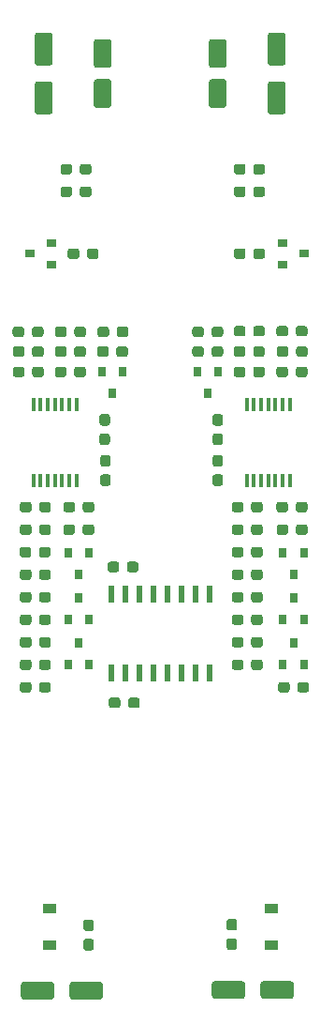
<source format=gbr>
G04 #@! TF.GenerationSoftware,KiCad,Pcbnew,(5.1.9)-1*
G04 #@! TF.CreationDate,2021-09-10T16:45:40+02:00*
G04 #@! TF.ProjectId,Skis,536b6973-2e6b-4696-9361-645f70636258,rev?*
G04 #@! TF.SameCoordinates,Original*
G04 #@! TF.FileFunction,Paste,Top*
G04 #@! TF.FilePolarity,Positive*
%FSLAX46Y46*%
G04 Gerber Fmt 4.6, Leading zero omitted, Abs format (unit mm)*
G04 Created by KiCad (PCBNEW (5.1.9)-1) date 2021-09-10 16:45:40*
%MOMM*%
%LPD*%
G01*
G04 APERTURE LIST*
%ADD10R,1.200000X0.900000*%
%ADD11R,0.800000X0.900000*%
%ADD12R,0.900000X0.800000*%
%ADD13R,0.400000X1.200000*%
%ADD14R,0.600000X1.500000*%
G04 APERTURE END LIST*
G36*
G01*
X92869500Y-52244000D02*
X92869500Y-51769000D01*
G75*
G02*
X93107000Y-51531500I237500J0D01*
G01*
X93682000Y-51531500D01*
G75*
G02*
X93919500Y-51769000I0J-237500D01*
G01*
X93919500Y-52244000D01*
G75*
G02*
X93682000Y-52481500I-237500J0D01*
G01*
X93107000Y-52481500D01*
G75*
G02*
X92869500Y-52244000I0J237500D01*
G01*
G37*
G36*
G01*
X91119500Y-52244000D02*
X91119500Y-51769000D01*
G75*
G02*
X91357000Y-51531500I237500J0D01*
G01*
X91932000Y-51531500D01*
G75*
G02*
X92169500Y-51769000I0J-237500D01*
G01*
X92169500Y-52244000D01*
G75*
G02*
X91932000Y-52481500I-237500J0D01*
G01*
X91357000Y-52481500D01*
G75*
G02*
X91119500Y-52244000I0J237500D01*
G01*
G37*
G36*
G01*
X95120000Y-82533500D02*
X95120000Y-82058500D01*
G75*
G02*
X95357500Y-81821000I237500J0D01*
G01*
X95932500Y-81821000D01*
G75*
G02*
X96170000Y-82058500I0J-237500D01*
G01*
X96170000Y-82533500D01*
G75*
G02*
X95932500Y-82771000I-237500J0D01*
G01*
X95357500Y-82771000D01*
G75*
G02*
X95120000Y-82533500I0J237500D01*
G01*
G37*
G36*
G01*
X96870000Y-82533500D02*
X96870000Y-82058500D01*
G75*
G02*
X97107500Y-81821000I237500J0D01*
G01*
X97682500Y-81821000D01*
G75*
G02*
X97920000Y-82058500I0J-237500D01*
G01*
X97920000Y-82533500D01*
G75*
G02*
X97682500Y-82771000I-237500J0D01*
G01*
X97107500Y-82771000D01*
G75*
G02*
X96870000Y-82533500I0J237500D01*
G01*
G37*
G36*
G01*
X90212000Y-26424000D02*
X89112000Y-26424000D01*
G75*
G02*
X88862000Y-26174000I0J250000D01*
G01*
X88862000Y-24074000D01*
G75*
G02*
X89112000Y-23824000I250000J0D01*
G01*
X90212000Y-23824000D01*
G75*
G02*
X90462000Y-24074000I0J-250000D01*
G01*
X90462000Y-26174000D01*
G75*
G02*
X90212000Y-26424000I-250000J0D01*
G01*
G37*
G36*
G01*
X90212000Y-30024000D02*
X89112000Y-30024000D01*
G75*
G02*
X88862000Y-29774000I0J250000D01*
G01*
X88862000Y-27674000D01*
G75*
G02*
X89112000Y-27424000I250000J0D01*
G01*
X90212000Y-27424000D01*
G75*
G02*
X90462000Y-27674000I0J-250000D01*
G01*
X90462000Y-29774000D01*
G75*
G02*
X90212000Y-30024000I-250000J0D01*
G01*
G37*
G36*
G01*
X95546000Y-26224000D02*
X94446000Y-26224000D01*
G75*
G02*
X94196000Y-25974000I0J250000D01*
G01*
X94196000Y-23474000D01*
G75*
G02*
X94446000Y-23224000I250000J0D01*
G01*
X95546000Y-23224000D01*
G75*
G02*
X95796000Y-23474000I0J-250000D01*
G01*
X95796000Y-25974000D01*
G75*
G02*
X95546000Y-26224000I-250000J0D01*
G01*
G37*
G36*
G01*
X95546000Y-30624000D02*
X94446000Y-30624000D01*
G75*
G02*
X94196000Y-30374000I0J250000D01*
G01*
X94196000Y-27874000D01*
G75*
G02*
X94446000Y-27624000I250000J0D01*
G01*
X95546000Y-27624000D01*
G75*
G02*
X95796000Y-27874000I0J-250000D01*
G01*
X95796000Y-30374000D01*
G75*
G02*
X95546000Y-30624000I-250000J0D01*
G01*
G37*
G36*
G01*
X71865000Y-110214500D02*
X71865000Y-109114500D01*
G75*
G02*
X72115000Y-108864500I250000J0D01*
G01*
X74615000Y-108864500D01*
G75*
G02*
X74865000Y-109114500I0J-250000D01*
G01*
X74865000Y-110214500D01*
G75*
G02*
X74615000Y-110464500I-250000J0D01*
G01*
X72115000Y-110464500D01*
G75*
G02*
X71865000Y-110214500I0J250000D01*
G01*
G37*
G36*
G01*
X76265000Y-110214500D02*
X76265000Y-109114500D01*
G75*
G02*
X76515000Y-108864500I250000J0D01*
G01*
X79015000Y-108864500D01*
G75*
G02*
X79265000Y-109114500I0J-250000D01*
G01*
X79265000Y-110214500D01*
G75*
G02*
X79015000Y-110464500I-250000J0D01*
G01*
X76515000Y-110464500D01*
G75*
G02*
X76265000Y-110214500I0J250000D01*
G01*
G37*
G36*
G01*
X93537000Y-110151000D02*
X93537000Y-109051000D01*
G75*
G02*
X93787000Y-108801000I250000J0D01*
G01*
X96287000Y-108801000D01*
G75*
G02*
X96537000Y-109051000I0J-250000D01*
G01*
X96537000Y-110151000D01*
G75*
G02*
X96287000Y-110401000I-250000J0D01*
G01*
X93787000Y-110401000D01*
G75*
G02*
X93537000Y-110151000I0J250000D01*
G01*
G37*
G36*
G01*
X89137000Y-110151000D02*
X89137000Y-109051000D01*
G75*
G02*
X89387000Y-108801000I250000J0D01*
G01*
X91887000Y-108801000D01*
G75*
G02*
X92137000Y-109051000I0J-250000D01*
G01*
X92137000Y-110151000D01*
G75*
G02*
X91887000Y-110401000I-250000J0D01*
G01*
X89387000Y-110401000D01*
G75*
G02*
X89137000Y-110151000I0J250000D01*
G01*
G37*
G36*
G01*
X78215500Y-104284000D02*
X77740500Y-104284000D01*
G75*
G02*
X77503000Y-104046500I0J237500D01*
G01*
X77503000Y-103471500D01*
G75*
G02*
X77740500Y-103234000I237500J0D01*
G01*
X78215500Y-103234000D01*
G75*
G02*
X78453000Y-103471500I0J-237500D01*
G01*
X78453000Y-104046500D01*
G75*
G02*
X78215500Y-104284000I-237500J0D01*
G01*
G37*
G36*
G01*
X78215500Y-106034000D02*
X77740500Y-106034000D01*
G75*
G02*
X77503000Y-105796500I0J237500D01*
G01*
X77503000Y-105221500D01*
G75*
G02*
X77740500Y-104984000I237500J0D01*
G01*
X78215500Y-104984000D01*
G75*
G02*
X78453000Y-105221500I0J-237500D01*
G01*
X78453000Y-105796500D01*
G75*
G02*
X78215500Y-106034000I-237500J0D01*
G01*
G37*
G36*
G01*
X91169500Y-105984500D02*
X90694500Y-105984500D01*
G75*
G02*
X90457000Y-105747000I0J237500D01*
G01*
X90457000Y-105172000D01*
G75*
G02*
X90694500Y-104934500I237500J0D01*
G01*
X91169500Y-104934500D01*
G75*
G02*
X91407000Y-105172000I0J-237500D01*
G01*
X91407000Y-105747000D01*
G75*
G02*
X91169500Y-105984500I-237500J0D01*
G01*
G37*
G36*
G01*
X91169500Y-104234500D02*
X90694500Y-104234500D01*
G75*
G02*
X90457000Y-103997000I0J237500D01*
G01*
X90457000Y-103422000D01*
G75*
G02*
X90694500Y-103184500I237500J0D01*
G01*
X91169500Y-103184500D01*
G75*
G02*
X91407000Y-103422000I0J-237500D01*
G01*
X91407000Y-103997000D01*
G75*
G02*
X91169500Y-104234500I-237500J0D01*
G01*
G37*
G36*
G01*
X89424500Y-57641000D02*
X89899500Y-57641000D01*
G75*
G02*
X90137000Y-57878500I0J-237500D01*
G01*
X90137000Y-58453500D01*
G75*
G02*
X89899500Y-58691000I-237500J0D01*
G01*
X89424500Y-58691000D01*
G75*
G02*
X89187000Y-58453500I0J237500D01*
G01*
X89187000Y-57878500D01*
G75*
G02*
X89424500Y-57641000I237500J0D01*
G01*
G37*
G36*
G01*
X89424500Y-59391000D02*
X89899500Y-59391000D01*
G75*
G02*
X90137000Y-59628500I0J-237500D01*
G01*
X90137000Y-60203500D01*
G75*
G02*
X89899500Y-60441000I-237500J0D01*
G01*
X89424500Y-60441000D01*
G75*
G02*
X89187000Y-60203500I0J237500D01*
G01*
X89187000Y-59628500D01*
G75*
G02*
X89424500Y-59391000I237500J0D01*
G01*
G37*
G36*
G01*
X89424500Y-63088000D02*
X89899500Y-63088000D01*
G75*
G02*
X90137000Y-63325500I0J-237500D01*
G01*
X90137000Y-63900500D01*
G75*
G02*
X89899500Y-64138000I-237500J0D01*
G01*
X89424500Y-64138000D01*
G75*
G02*
X89187000Y-63900500I0J237500D01*
G01*
X89187000Y-63325500D01*
G75*
G02*
X89424500Y-63088000I237500J0D01*
G01*
G37*
G36*
G01*
X89424500Y-61338000D02*
X89899500Y-61338000D01*
G75*
G02*
X90137000Y-61575500I0J-237500D01*
G01*
X90137000Y-62150500D01*
G75*
G02*
X89899500Y-62388000I-237500J0D01*
G01*
X89424500Y-62388000D01*
G75*
G02*
X89187000Y-62150500I0J237500D01*
G01*
X89187000Y-61575500D01*
G75*
G02*
X89424500Y-61338000I237500J0D01*
G01*
G37*
G36*
G01*
X82602500Y-83455500D02*
X82602500Y-83930500D01*
G75*
G02*
X82365000Y-84168000I-237500J0D01*
G01*
X81790000Y-84168000D01*
G75*
G02*
X81552500Y-83930500I0J237500D01*
G01*
X81552500Y-83455500D01*
G75*
G02*
X81790000Y-83218000I237500J0D01*
G01*
X82365000Y-83218000D01*
G75*
G02*
X82602500Y-83455500I0J-237500D01*
G01*
G37*
G36*
G01*
X80852500Y-83455500D02*
X80852500Y-83930500D01*
G75*
G02*
X80615000Y-84168000I-237500J0D01*
G01*
X80040000Y-84168000D01*
G75*
G02*
X79802500Y-83930500I0J237500D01*
G01*
X79802500Y-83455500D01*
G75*
G02*
X80040000Y-83218000I237500J0D01*
G01*
X80615000Y-83218000D01*
G75*
G02*
X80852500Y-83455500I0J-237500D01*
G01*
G37*
G36*
G01*
X81453500Y-71675000D02*
X81453500Y-71200000D01*
G75*
G02*
X81691000Y-70962500I237500J0D01*
G01*
X82266000Y-70962500D01*
G75*
G02*
X82503500Y-71200000I0J-237500D01*
G01*
X82503500Y-71675000D01*
G75*
G02*
X82266000Y-71912500I-237500J0D01*
G01*
X81691000Y-71912500D01*
G75*
G02*
X81453500Y-71675000I0J237500D01*
G01*
G37*
G36*
G01*
X79703500Y-71675000D02*
X79703500Y-71200000D01*
G75*
G02*
X79941000Y-70962500I237500J0D01*
G01*
X80516000Y-70962500D01*
G75*
G02*
X80753500Y-71200000I0J-237500D01*
G01*
X80753500Y-71675000D01*
G75*
G02*
X80516000Y-71912500I-237500J0D01*
G01*
X79941000Y-71912500D01*
G75*
G02*
X79703500Y-71675000I0J237500D01*
G01*
G37*
D10*
X74422000Y-105536000D03*
X74422000Y-102236000D03*
X94488000Y-102236000D03*
X94488000Y-105536000D03*
D11*
X96520000Y-74184000D03*
X97470000Y-76184000D03*
X95570000Y-76184000D03*
X95570000Y-80264000D03*
X97470000Y-80264000D03*
X96520000Y-78264000D03*
X96520000Y-72120000D03*
X95570000Y-70120000D03*
X97470000Y-70120000D03*
X88770500Y-55784500D03*
X87820500Y-53784500D03*
X89720500Y-53784500D03*
D12*
X95520000Y-42230000D03*
X95520000Y-44130000D03*
X97520000Y-43180000D03*
G36*
G01*
X90943000Y-74405500D02*
X90943000Y-73930500D01*
G75*
G02*
X91180500Y-73693000I237500J0D01*
G01*
X91755500Y-73693000D01*
G75*
G02*
X91993000Y-73930500I0J-237500D01*
G01*
X91993000Y-74405500D01*
G75*
G02*
X91755500Y-74643000I-237500J0D01*
G01*
X91180500Y-74643000D01*
G75*
G02*
X90943000Y-74405500I0J237500D01*
G01*
G37*
G36*
G01*
X92693000Y-74405500D02*
X92693000Y-73930500D01*
G75*
G02*
X92930500Y-73693000I237500J0D01*
G01*
X93505500Y-73693000D01*
G75*
G02*
X93743000Y-73930500I0J-237500D01*
G01*
X93743000Y-74405500D01*
G75*
G02*
X93505500Y-74643000I-237500J0D01*
G01*
X92930500Y-74643000D01*
G75*
G02*
X92693000Y-74405500I0J237500D01*
G01*
G37*
G36*
G01*
X93743000Y-71898500D02*
X93743000Y-72373500D01*
G75*
G02*
X93505500Y-72611000I-237500J0D01*
G01*
X92930500Y-72611000D01*
G75*
G02*
X92693000Y-72373500I0J237500D01*
G01*
X92693000Y-71898500D01*
G75*
G02*
X92930500Y-71661000I237500J0D01*
G01*
X93505500Y-71661000D01*
G75*
G02*
X93743000Y-71898500I0J-237500D01*
G01*
G37*
G36*
G01*
X91993000Y-71898500D02*
X91993000Y-72373500D01*
G75*
G02*
X91755500Y-72611000I-237500J0D01*
G01*
X91180500Y-72611000D01*
G75*
G02*
X90943000Y-72373500I0J237500D01*
G01*
X90943000Y-71898500D01*
G75*
G02*
X91180500Y-71661000I237500J0D01*
G01*
X91755500Y-71661000D01*
G75*
G02*
X91993000Y-71898500I0J-237500D01*
G01*
G37*
G36*
G01*
X90943000Y-70341500D02*
X90943000Y-69866500D01*
G75*
G02*
X91180500Y-69629000I237500J0D01*
G01*
X91755500Y-69629000D01*
G75*
G02*
X91993000Y-69866500I0J-237500D01*
G01*
X91993000Y-70341500D01*
G75*
G02*
X91755500Y-70579000I-237500J0D01*
G01*
X91180500Y-70579000D01*
G75*
G02*
X90943000Y-70341500I0J237500D01*
G01*
G37*
G36*
G01*
X92693000Y-70341500D02*
X92693000Y-69866500D01*
G75*
G02*
X92930500Y-69629000I237500J0D01*
G01*
X93505500Y-69629000D01*
G75*
G02*
X93743000Y-69866500I0J-237500D01*
G01*
X93743000Y-70341500D01*
G75*
G02*
X93505500Y-70579000I-237500J0D01*
G01*
X92930500Y-70579000D01*
G75*
G02*
X92693000Y-70341500I0J237500D01*
G01*
G37*
G36*
G01*
X97779000Y-49927500D02*
X97779000Y-50402500D01*
G75*
G02*
X97541500Y-50640000I-237500J0D01*
G01*
X96966500Y-50640000D01*
G75*
G02*
X96729000Y-50402500I0J237500D01*
G01*
X96729000Y-49927500D01*
G75*
G02*
X96966500Y-49690000I237500J0D01*
G01*
X97541500Y-49690000D01*
G75*
G02*
X97779000Y-49927500I0J-237500D01*
G01*
G37*
G36*
G01*
X96029000Y-49927500D02*
X96029000Y-50402500D01*
G75*
G02*
X95791500Y-50640000I-237500J0D01*
G01*
X95216500Y-50640000D01*
G75*
G02*
X94979000Y-50402500I0J237500D01*
G01*
X94979000Y-49927500D01*
G75*
G02*
X95216500Y-49690000I237500J0D01*
G01*
X95791500Y-49690000D01*
G75*
G02*
X96029000Y-49927500I0J-237500D01*
G01*
G37*
G36*
G01*
X96029000Y-53610500D02*
X96029000Y-54085500D01*
G75*
G02*
X95791500Y-54323000I-237500J0D01*
G01*
X95216500Y-54323000D01*
G75*
G02*
X94979000Y-54085500I0J237500D01*
G01*
X94979000Y-53610500D01*
G75*
G02*
X95216500Y-53373000I237500J0D01*
G01*
X95791500Y-53373000D01*
G75*
G02*
X96029000Y-53610500I0J-237500D01*
G01*
G37*
G36*
G01*
X97779000Y-53610500D02*
X97779000Y-54085500D01*
G75*
G02*
X97541500Y-54323000I-237500J0D01*
G01*
X96966500Y-54323000D01*
G75*
G02*
X96729000Y-54085500I0J237500D01*
G01*
X96729000Y-53610500D01*
G75*
G02*
X96966500Y-53373000I237500J0D01*
G01*
X97541500Y-53373000D01*
G75*
G02*
X97779000Y-53610500I0J-237500D01*
G01*
G37*
G36*
G01*
X93743000Y-67834500D02*
X93743000Y-68309500D01*
G75*
G02*
X93505500Y-68547000I-237500J0D01*
G01*
X92930500Y-68547000D01*
G75*
G02*
X92693000Y-68309500I0J237500D01*
G01*
X92693000Y-67834500D01*
G75*
G02*
X92930500Y-67597000I237500J0D01*
G01*
X93505500Y-67597000D01*
G75*
G02*
X93743000Y-67834500I0J-237500D01*
G01*
G37*
G36*
G01*
X91993000Y-67834500D02*
X91993000Y-68309500D01*
G75*
G02*
X91755500Y-68547000I-237500J0D01*
G01*
X91180500Y-68547000D01*
G75*
G02*
X90943000Y-68309500I0J237500D01*
G01*
X90943000Y-67834500D01*
G75*
G02*
X91180500Y-67597000I237500J0D01*
G01*
X91755500Y-67597000D01*
G75*
G02*
X91993000Y-67834500I0J-237500D01*
G01*
G37*
G36*
G01*
X95007000Y-52244000D02*
X95007000Y-51769000D01*
G75*
G02*
X95244500Y-51531500I237500J0D01*
G01*
X95819500Y-51531500D01*
G75*
G02*
X96057000Y-51769000I0J-237500D01*
G01*
X96057000Y-52244000D01*
G75*
G02*
X95819500Y-52481500I-237500J0D01*
G01*
X95244500Y-52481500D01*
G75*
G02*
X95007000Y-52244000I0J237500D01*
G01*
G37*
G36*
G01*
X96757000Y-52244000D02*
X96757000Y-51769000D01*
G75*
G02*
X96994500Y-51531500I237500J0D01*
G01*
X97569500Y-51531500D01*
G75*
G02*
X97807000Y-51769000I0J-237500D01*
G01*
X97807000Y-52244000D01*
G75*
G02*
X97569500Y-52481500I-237500J0D01*
G01*
X96994500Y-52481500D01*
G75*
G02*
X96757000Y-52244000I0J237500D01*
G01*
G37*
G36*
G01*
X92183500Y-49927500D02*
X92183500Y-50402500D01*
G75*
G02*
X91946000Y-50640000I-237500J0D01*
G01*
X91371000Y-50640000D01*
G75*
G02*
X91133500Y-50402500I0J237500D01*
G01*
X91133500Y-49927500D01*
G75*
G02*
X91371000Y-49690000I237500J0D01*
G01*
X91946000Y-49690000D01*
G75*
G02*
X92183500Y-49927500I0J-237500D01*
G01*
G37*
G36*
G01*
X93933500Y-49927500D02*
X93933500Y-50402500D01*
G75*
G02*
X93696000Y-50640000I-237500J0D01*
G01*
X93121000Y-50640000D01*
G75*
G02*
X92883500Y-50402500I0J237500D01*
G01*
X92883500Y-49927500D01*
G75*
G02*
X93121000Y-49690000I237500J0D01*
G01*
X93696000Y-49690000D01*
G75*
G02*
X93933500Y-49927500I0J-237500D01*
G01*
G37*
G36*
G01*
X91993000Y-77994500D02*
X91993000Y-78469500D01*
G75*
G02*
X91755500Y-78707000I-237500J0D01*
G01*
X91180500Y-78707000D01*
G75*
G02*
X90943000Y-78469500I0J237500D01*
G01*
X90943000Y-77994500D01*
G75*
G02*
X91180500Y-77757000I237500J0D01*
G01*
X91755500Y-77757000D01*
G75*
G02*
X91993000Y-77994500I0J-237500D01*
G01*
G37*
G36*
G01*
X93743000Y-77994500D02*
X93743000Y-78469500D01*
G75*
G02*
X93505500Y-78707000I-237500J0D01*
G01*
X92930500Y-78707000D01*
G75*
G02*
X92693000Y-78469500I0J237500D01*
G01*
X92693000Y-77994500D01*
G75*
G02*
X92930500Y-77757000I237500J0D01*
G01*
X93505500Y-77757000D01*
G75*
G02*
X93743000Y-77994500I0J-237500D01*
G01*
G37*
G36*
G01*
X93743000Y-80026500D02*
X93743000Y-80501500D01*
G75*
G02*
X93505500Y-80739000I-237500J0D01*
G01*
X92930500Y-80739000D01*
G75*
G02*
X92693000Y-80501500I0J237500D01*
G01*
X92693000Y-80026500D01*
G75*
G02*
X92930500Y-79789000I237500J0D01*
G01*
X93505500Y-79789000D01*
G75*
G02*
X93743000Y-80026500I0J-237500D01*
G01*
G37*
G36*
G01*
X91993000Y-80026500D02*
X91993000Y-80501500D01*
G75*
G02*
X91755500Y-80739000I-237500J0D01*
G01*
X91180500Y-80739000D01*
G75*
G02*
X90943000Y-80501500I0J237500D01*
G01*
X90943000Y-80026500D01*
G75*
G02*
X91180500Y-79789000I237500J0D01*
G01*
X91755500Y-79789000D01*
G75*
G02*
X91993000Y-80026500I0J-237500D01*
G01*
G37*
G36*
G01*
X91993000Y-65802500D02*
X91993000Y-66277500D01*
G75*
G02*
X91755500Y-66515000I-237500J0D01*
G01*
X91180500Y-66515000D01*
G75*
G02*
X90943000Y-66277500I0J237500D01*
G01*
X90943000Y-65802500D01*
G75*
G02*
X91180500Y-65565000I237500J0D01*
G01*
X91755500Y-65565000D01*
G75*
G02*
X91993000Y-65802500I0J-237500D01*
G01*
G37*
G36*
G01*
X93743000Y-65802500D02*
X93743000Y-66277500D01*
G75*
G02*
X93505500Y-66515000I-237500J0D01*
G01*
X92930500Y-66515000D01*
G75*
G02*
X92693000Y-66277500I0J237500D01*
G01*
X92693000Y-65802500D01*
G75*
G02*
X92930500Y-65565000I237500J0D01*
G01*
X93505500Y-65565000D01*
G75*
G02*
X93743000Y-65802500I0J-237500D01*
G01*
G37*
G36*
G01*
X91993000Y-75962500D02*
X91993000Y-76437500D01*
G75*
G02*
X91755500Y-76675000I-237500J0D01*
G01*
X91180500Y-76675000D01*
G75*
G02*
X90943000Y-76437500I0J237500D01*
G01*
X90943000Y-75962500D01*
G75*
G02*
X91180500Y-75725000I237500J0D01*
G01*
X91755500Y-75725000D01*
G75*
G02*
X91993000Y-75962500I0J-237500D01*
G01*
G37*
G36*
G01*
X93743000Y-75962500D02*
X93743000Y-76437500D01*
G75*
G02*
X93505500Y-76675000I-237500J0D01*
G01*
X92930500Y-76675000D01*
G75*
G02*
X92693000Y-76437500I0J237500D01*
G01*
X92693000Y-75962500D01*
G75*
G02*
X92930500Y-75725000I237500J0D01*
G01*
X93505500Y-75725000D01*
G75*
G02*
X93743000Y-75962500I0J-237500D01*
G01*
G37*
G36*
G01*
X92883500Y-37829500D02*
X92883500Y-37354500D01*
G75*
G02*
X93121000Y-37117000I237500J0D01*
G01*
X93696000Y-37117000D01*
G75*
G02*
X93933500Y-37354500I0J-237500D01*
G01*
X93933500Y-37829500D01*
G75*
G02*
X93696000Y-38067000I-237500J0D01*
G01*
X93121000Y-38067000D01*
G75*
G02*
X92883500Y-37829500I0J237500D01*
G01*
G37*
G36*
G01*
X91133500Y-37829500D02*
X91133500Y-37354500D01*
G75*
G02*
X91371000Y-37117000I237500J0D01*
G01*
X91946000Y-37117000D01*
G75*
G02*
X92183500Y-37354500I0J-237500D01*
G01*
X92183500Y-37829500D01*
G75*
G02*
X91946000Y-38067000I-237500J0D01*
G01*
X91371000Y-38067000D01*
G75*
G02*
X91133500Y-37829500I0J237500D01*
G01*
G37*
G36*
G01*
X88409000Y-49991000D02*
X88409000Y-50466000D01*
G75*
G02*
X88171500Y-50703500I-237500J0D01*
G01*
X87596500Y-50703500D01*
G75*
G02*
X87359000Y-50466000I0J237500D01*
G01*
X87359000Y-49991000D01*
G75*
G02*
X87596500Y-49753500I237500J0D01*
G01*
X88171500Y-49753500D01*
G75*
G02*
X88409000Y-49991000I0J-237500D01*
G01*
G37*
G36*
G01*
X90159000Y-49991000D02*
X90159000Y-50466000D01*
G75*
G02*
X89921500Y-50703500I-237500J0D01*
G01*
X89346500Y-50703500D01*
G75*
G02*
X89109000Y-50466000I0J237500D01*
G01*
X89109000Y-49991000D01*
G75*
G02*
X89346500Y-49753500I237500J0D01*
G01*
X89921500Y-49753500D01*
G75*
G02*
X90159000Y-49991000I0J-237500D01*
G01*
G37*
G36*
G01*
X94979000Y-66277500D02*
X94979000Y-65802500D01*
G75*
G02*
X95216500Y-65565000I237500J0D01*
G01*
X95791500Y-65565000D01*
G75*
G02*
X96029000Y-65802500I0J-237500D01*
G01*
X96029000Y-66277500D01*
G75*
G02*
X95791500Y-66515000I-237500J0D01*
G01*
X95216500Y-66515000D01*
G75*
G02*
X94979000Y-66277500I0J237500D01*
G01*
G37*
G36*
G01*
X96729000Y-66277500D02*
X96729000Y-65802500D01*
G75*
G02*
X96966500Y-65565000I237500J0D01*
G01*
X97541500Y-65565000D01*
G75*
G02*
X97779000Y-65802500I0J-237500D01*
G01*
X97779000Y-66277500D01*
G75*
G02*
X97541500Y-66515000I-237500J0D01*
G01*
X96966500Y-66515000D01*
G75*
G02*
X96729000Y-66277500I0J237500D01*
G01*
G37*
G36*
G01*
X92169500Y-53610500D02*
X92169500Y-54085500D01*
G75*
G02*
X91932000Y-54323000I-237500J0D01*
G01*
X91357000Y-54323000D01*
G75*
G02*
X91119500Y-54085500I0J237500D01*
G01*
X91119500Y-53610500D01*
G75*
G02*
X91357000Y-53373000I237500J0D01*
G01*
X91932000Y-53373000D01*
G75*
G02*
X92169500Y-53610500I0J-237500D01*
G01*
G37*
G36*
G01*
X93919500Y-53610500D02*
X93919500Y-54085500D01*
G75*
G02*
X93682000Y-54323000I-237500J0D01*
G01*
X93107000Y-54323000D01*
G75*
G02*
X92869500Y-54085500I0J237500D01*
G01*
X92869500Y-53610500D01*
G75*
G02*
X93107000Y-53373000I237500J0D01*
G01*
X93682000Y-53373000D01*
G75*
G02*
X93919500Y-53610500I0J-237500D01*
G01*
G37*
G36*
G01*
X96743000Y-68309500D02*
X96743000Y-67834500D01*
G75*
G02*
X96980500Y-67597000I237500J0D01*
G01*
X97555500Y-67597000D01*
G75*
G02*
X97793000Y-67834500I0J-237500D01*
G01*
X97793000Y-68309500D01*
G75*
G02*
X97555500Y-68547000I-237500J0D01*
G01*
X96980500Y-68547000D01*
G75*
G02*
X96743000Y-68309500I0J237500D01*
G01*
G37*
G36*
G01*
X94993000Y-68309500D02*
X94993000Y-67834500D01*
G75*
G02*
X95230500Y-67597000I237500J0D01*
G01*
X95805500Y-67597000D01*
G75*
G02*
X96043000Y-67834500I0J-237500D01*
G01*
X96043000Y-68309500D01*
G75*
G02*
X95805500Y-68547000I-237500J0D01*
G01*
X95230500Y-68547000D01*
G75*
G02*
X94993000Y-68309500I0J237500D01*
G01*
G37*
G36*
G01*
X92183500Y-35322500D02*
X92183500Y-35797500D01*
G75*
G02*
X91946000Y-36035000I-237500J0D01*
G01*
X91371000Y-36035000D01*
G75*
G02*
X91133500Y-35797500I0J237500D01*
G01*
X91133500Y-35322500D01*
G75*
G02*
X91371000Y-35085000I237500J0D01*
G01*
X91946000Y-35085000D01*
G75*
G02*
X92183500Y-35322500I0J-237500D01*
G01*
G37*
G36*
G01*
X93933500Y-35322500D02*
X93933500Y-35797500D01*
G75*
G02*
X93696000Y-36035000I-237500J0D01*
G01*
X93121000Y-36035000D01*
G75*
G02*
X92883500Y-35797500I0J237500D01*
G01*
X92883500Y-35322500D01*
G75*
G02*
X93121000Y-35085000I237500J0D01*
G01*
X93696000Y-35085000D01*
G75*
G02*
X93933500Y-35322500I0J-237500D01*
G01*
G37*
G36*
G01*
X93933500Y-42942500D02*
X93933500Y-43417500D01*
G75*
G02*
X93696000Y-43655000I-237500J0D01*
G01*
X93121000Y-43655000D01*
G75*
G02*
X92883500Y-43417500I0J237500D01*
G01*
X92883500Y-42942500D01*
G75*
G02*
X93121000Y-42705000I237500J0D01*
G01*
X93696000Y-42705000D01*
G75*
G02*
X93933500Y-42942500I0J-237500D01*
G01*
G37*
G36*
G01*
X92183500Y-42942500D02*
X92183500Y-43417500D01*
G75*
G02*
X91946000Y-43655000I-237500J0D01*
G01*
X91371000Y-43655000D01*
G75*
G02*
X91133500Y-43417500I0J237500D01*
G01*
X91133500Y-42942500D01*
G75*
G02*
X91371000Y-42705000I237500J0D01*
G01*
X91946000Y-42705000D01*
G75*
G02*
X92183500Y-42942500I0J-237500D01*
G01*
G37*
D13*
X96184000Y-63648000D03*
X95534000Y-63648000D03*
X94884000Y-63648000D03*
X94234000Y-63648000D03*
X93584000Y-63648000D03*
X92934000Y-63648000D03*
X92284000Y-63648000D03*
X92284000Y-56748000D03*
X92934000Y-56748000D03*
X93584000Y-56748000D03*
X94234000Y-56748000D03*
X94884000Y-56748000D03*
X95534000Y-56748000D03*
X96184000Y-56748000D03*
D14*
X88900000Y-81020000D03*
X87630000Y-81020000D03*
X86360000Y-81020000D03*
X85090000Y-81020000D03*
X83820000Y-81020000D03*
X82550000Y-81020000D03*
X81280000Y-81020000D03*
X80010000Y-81020000D03*
X80010000Y-73920000D03*
X81280000Y-73920000D03*
X82550000Y-73920000D03*
X83820000Y-73920000D03*
X85090000Y-73920000D03*
X86360000Y-73920000D03*
X87630000Y-73920000D03*
X88900000Y-73920000D03*
G36*
G01*
X79201000Y-59391000D02*
X79676000Y-59391000D01*
G75*
G02*
X79913500Y-59628500I0J-237500D01*
G01*
X79913500Y-60203500D01*
G75*
G02*
X79676000Y-60441000I-237500J0D01*
G01*
X79201000Y-60441000D01*
G75*
G02*
X78963500Y-60203500I0J237500D01*
G01*
X78963500Y-59628500D01*
G75*
G02*
X79201000Y-59391000I237500J0D01*
G01*
G37*
G36*
G01*
X79201000Y-57641000D02*
X79676000Y-57641000D01*
G75*
G02*
X79913500Y-57878500I0J-237500D01*
G01*
X79913500Y-58453500D01*
G75*
G02*
X79676000Y-58691000I-237500J0D01*
G01*
X79201000Y-58691000D01*
G75*
G02*
X78963500Y-58453500I0J237500D01*
G01*
X78963500Y-57878500D01*
G75*
G02*
X79201000Y-57641000I237500J0D01*
G01*
G37*
G36*
G01*
X79264500Y-63088000D02*
X79739500Y-63088000D01*
G75*
G02*
X79977000Y-63325500I0J-237500D01*
G01*
X79977000Y-63900500D01*
G75*
G02*
X79739500Y-64138000I-237500J0D01*
G01*
X79264500Y-64138000D01*
G75*
G02*
X79027000Y-63900500I0J237500D01*
G01*
X79027000Y-63325500D01*
G75*
G02*
X79264500Y-63088000I237500J0D01*
G01*
G37*
G36*
G01*
X79264500Y-61338000D02*
X79739500Y-61338000D01*
G75*
G02*
X79977000Y-61575500I0J-237500D01*
G01*
X79977000Y-62150500D01*
G75*
G02*
X79739500Y-62388000I-237500J0D01*
G01*
X79264500Y-62388000D01*
G75*
G02*
X79027000Y-62150500I0J237500D01*
G01*
X79027000Y-61575500D01*
G75*
G02*
X79264500Y-61338000I237500J0D01*
G01*
G37*
G36*
G01*
X74927000Y-52244000D02*
X74927000Y-51769000D01*
G75*
G02*
X75164500Y-51531500I237500J0D01*
G01*
X75739500Y-51531500D01*
G75*
G02*
X75977000Y-51769000I0J-237500D01*
G01*
X75977000Y-52244000D01*
G75*
G02*
X75739500Y-52481500I-237500J0D01*
G01*
X75164500Y-52481500D01*
G75*
G02*
X74927000Y-52244000I0J237500D01*
G01*
G37*
G36*
G01*
X76677000Y-52244000D02*
X76677000Y-51769000D01*
G75*
G02*
X76914500Y-51531500I237500J0D01*
G01*
X77489500Y-51531500D01*
G75*
G02*
X77727000Y-51769000I0J-237500D01*
G01*
X77727000Y-52244000D01*
G75*
G02*
X77489500Y-52481500I-237500J0D01*
G01*
X76914500Y-52481500D01*
G75*
G02*
X76677000Y-52244000I0J237500D01*
G01*
G37*
G36*
G01*
X71752000Y-82533500D02*
X71752000Y-82058500D01*
G75*
G02*
X71989500Y-81821000I237500J0D01*
G01*
X72564500Y-81821000D01*
G75*
G02*
X72802000Y-82058500I0J-237500D01*
G01*
X72802000Y-82533500D01*
G75*
G02*
X72564500Y-82771000I-237500J0D01*
G01*
X71989500Y-82771000D01*
G75*
G02*
X71752000Y-82533500I0J237500D01*
G01*
G37*
G36*
G01*
X73502000Y-82533500D02*
X73502000Y-82058500D01*
G75*
G02*
X73739500Y-81821000I237500J0D01*
G01*
X74314500Y-81821000D01*
G75*
G02*
X74552000Y-82058500I0J-237500D01*
G01*
X74552000Y-82533500D01*
G75*
G02*
X74314500Y-82771000I-237500J0D01*
G01*
X73739500Y-82771000D01*
G75*
G02*
X73502000Y-82533500I0J237500D01*
G01*
G37*
G36*
G01*
X79798000Y-26424000D02*
X78698000Y-26424000D01*
G75*
G02*
X78448000Y-26174000I0J250000D01*
G01*
X78448000Y-24074000D01*
G75*
G02*
X78698000Y-23824000I250000J0D01*
G01*
X79798000Y-23824000D01*
G75*
G02*
X80048000Y-24074000I0J-250000D01*
G01*
X80048000Y-26174000D01*
G75*
G02*
X79798000Y-26424000I-250000J0D01*
G01*
G37*
G36*
G01*
X79798000Y-30024000D02*
X78698000Y-30024000D01*
G75*
G02*
X78448000Y-29774000I0J250000D01*
G01*
X78448000Y-27674000D01*
G75*
G02*
X78698000Y-27424000I250000J0D01*
G01*
X79798000Y-27424000D01*
G75*
G02*
X80048000Y-27674000I0J-250000D01*
G01*
X80048000Y-29774000D01*
G75*
G02*
X79798000Y-30024000I-250000J0D01*
G01*
G37*
G36*
G01*
X74464000Y-26224000D02*
X73364000Y-26224000D01*
G75*
G02*
X73114000Y-25974000I0J250000D01*
G01*
X73114000Y-23474000D01*
G75*
G02*
X73364000Y-23224000I250000J0D01*
G01*
X74464000Y-23224000D01*
G75*
G02*
X74714000Y-23474000I0J-250000D01*
G01*
X74714000Y-25974000D01*
G75*
G02*
X74464000Y-26224000I-250000J0D01*
G01*
G37*
G36*
G01*
X74464000Y-30624000D02*
X73364000Y-30624000D01*
G75*
G02*
X73114000Y-30374000I0J250000D01*
G01*
X73114000Y-27874000D01*
G75*
G02*
X73364000Y-27624000I250000J0D01*
G01*
X74464000Y-27624000D01*
G75*
G02*
X74714000Y-27874000I0J-250000D01*
G01*
X74714000Y-30374000D01*
G75*
G02*
X74464000Y-30624000I-250000J0D01*
G01*
G37*
D11*
X77089000Y-74184000D03*
X78039000Y-76184000D03*
X76139000Y-76184000D03*
X76139000Y-80264000D03*
X78039000Y-80264000D03*
X77089000Y-78264000D03*
X77089000Y-72120000D03*
X76139000Y-70120000D03*
X78039000Y-70120000D03*
X80137000Y-55784500D03*
X79187000Y-53784500D03*
X81087000Y-53784500D03*
D12*
X74660000Y-44130000D03*
X74660000Y-42230000D03*
X72660000Y-43180000D03*
G36*
G01*
X71752000Y-74405500D02*
X71752000Y-73930500D01*
G75*
G02*
X71989500Y-73693000I237500J0D01*
G01*
X72564500Y-73693000D01*
G75*
G02*
X72802000Y-73930500I0J-237500D01*
G01*
X72802000Y-74405500D01*
G75*
G02*
X72564500Y-74643000I-237500J0D01*
G01*
X71989500Y-74643000D01*
G75*
G02*
X71752000Y-74405500I0J237500D01*
G01*
G37*
G36*
G01*
X73502000Y-74405500D02*
X73502000Y-73930500D01*
G75*
G02*
X73739500Y-73693000I237500J0D01*
G01*
X74314500Y-73693000D01*
G75*
G02*
X74552000Y-73930500I0J-237500D01*
G01*
X74552000Y-74405500D01*
G75*
G02*
X74314500Y-74643000I-237500J0D01*
G01*
X73739500Y-74643000D01*
G75*
G02*
X73502000Y-74405500I0J237500D01*
G01*
G37*
G36*
G01*
X71752000Y-72373500D02*
X71752000Y-71898500D01*
G75*
G02*
X71989500Y-71661000I237500J0D01*
G01*
X72564500Y-71661000D01*
G75*
G02*
X72802000Y-71898500I0J-237500D01*
G01*
X72802000Y-72373500D01*
G75*
G02*
X72564500Y-72611000I-237500J0D01*
G01*
X71989500Y-72611000D01*
G75*
G02*
X71752000Y-72373500I0J237500D01*
G01*
G37*
G36*
G01*
X73502000Y-72373500D02*
X73502000Y-71898500D01*
G75*
G02*
X73739500Y-71661000I237500J0D01*
G01*
X74314500Y-71661000D01*
G75*
G02*
X74552000Y-71898500I0J-237500D01*
G01*
X74552000Y-72373500D01*
G75*
G02*
X74314500Y-72611000I-237500J0D01*
G01*
X73739500Y-72611000D01*
G75*
G02*
X73502000Y-72373500I0J237500D01*
G01*
G37*
G36*
G01*
X73488000Y-70341500D02*
X73488000Y-69866500D01*
G75*
G02*
X73725500Y-69629000I237500J0D01*
G01*
X74300500Y-69629000D01*
G75*
G02*
X74538000Y-69866500I0J-237500D01*
G01*
X74538000Y-70341500D01*
G75*
G02*
X74300500Y-70579000I-237500J0D01*
G01*
X73725500Y-70579000D01*
G75*
G02*
X73488000Y-70341500I0J237500D01*
G01*
G37*
G36*
G01*
X71738000Y-70341500D02*
X71738000Y-69866500D01*
G75*
G02*
X71975500Y-69629000I237500J0D01*
G01*
X72550500Y-69629000D01*
G75*
G02*
X72788000Y-69866500I0J-237500D01*
G01*
X72788000Y-70341500D01*
G75*
G02*
X72550500Y-70579000I-237500J0D01*
G01*
X71975500Y-70579000D01*
G75*
G02*
X71738000Y-70341500I0J237500D01*
G01*
G37*
G36*
G01*
X71103000Y-50466000D02*
X71103000Y-49991000D01*
G75*
G02*
X71340500Y-49753500I237500J0D01*
G01*
X71915500Y-49753500D01*
G75*
G02*
X72153000Y-49991000I0J-237500D01*
G01*
X72153000Y-50466000D01*
G75*
G02*
X71915500Y-50703500I-237500J0D01*
G01*
X71340500Y-50703500D01*
G75*
G02*
X71103000Y-50466000I0J237500D01*
G01*
G37*
G36*
G01*
X72853000Y-50466000D02*
X72853000Y-49991000D01*
G75*
G02*
X73090500Y-49753500I237500J0D01*
G01*
X73665500Y-49753500D01*
G75*
G02*
X73903000Y-49991000I0J-237500D01*
G01*
X73903000Y-50466000D01*
G75*
G02*
X73665500Y-50703500I-237500J0D01*
G01*
X73090500Y-50703500D01*
G75*
G02*
X72853000Y-50466000I0J237500D01*
G01*
G37*
G36*
G01*
X73931000Y-53610500D02*
X73931000Y-54085500D01*
G75*
G02*
X73693500Y-54323000I-237500J0D01*
G01*
X73118500Y-54323000D01*
G75*
G02*
X72881000Y-54085500I0J237500D01*
G01*
X72881000Y-53610500D01*
G75*
G02*
X73118500Y-53373000I237500J0D01*
G01*
X73693500Y-53373000D01*
G75*
G02*
X73931000Y-53610500I0J-237500D01*
G01*
G37*
G36*
G01*
X72181000Y-53610500D02*
X72181000Y-54085500D01*
G75*
G02*
X71943500Y-54323000I-237500J0D01*
G01*
X71368500Y-54323000D01*
G75*
G02*
X71131000Y-54085500I0J237500D01*
G01*
X71131000Y-53610500D01*
G75*
G02*
X71368500Y-53373000I237500J0D01*
G01*
X71943500Y-53373000D01*
G75*
G02*
X72181000Y-53610500I0J-237500D01*
G01*
G37*
G36*
G01*
X71766000Y-68309500D02*
X71766000Y-67834500D01*
G75*
G02*
X72003500Y-67597000I237500J0D01*
G01*
X72578500Y-67597000D01*
G75*
G02*
X72816000Y-67834500I0J-237500D01*
G01*
X72816000Y-68309500D01*
G75*
G02*
X72578500Y-68547000I-237500J0D01*
G01*
X72003500Y-68547000D01*
G75*
G02*
X71766000Y-68309500I0J237500D01*
G01*
G37*
G36*
G01*
X73516000Y-68309500D02*
X73516000Y-67834500D01*
G75*
G02*
X73753500Y-67597000I237500J0D01*
G01*
X74328500Y-67597000D01*
G75*
G02*
X74566000Y-67834500I0J-237500D01*
G01*
X74566000Y-68309500D01*
G75*
G02*
X74328500Y-68547000I-237500J0D01*
G01*
X73753500Y-68547000D01*
G75*
G02*
X73516000Y-68309500I0J237500D01*
G01*
G37*
G36*
G01*
X72867000Y-52244000D02*
X72867000Y-51769000D01*
G75*
G02*
X73104500Y-51531500I237500J0D01*
G01*
X73679500Y-51531500D01*
G75*
G02*
X73917000Y-51769000I0J-237500D01*
G01*
X73917000Y-52244000D01*
G75*
G02*
X73679500Y-52481500I-237500J0D01*
G01*
X73104500Y-52481500D01*
G75*
G02*
X72867000Y-52244000I0J237500D01*
G01*
G37*
G36*
G01*
X71117000Y-52244000D02*
X71117000Y-51769000D01*
G75*
G02*
X71354500Y-51531500I237500J0D01*
G01*
X71929500Y-51531500D01*
G75*
G02*
X72167000Y-51769000I0J-237500D01*
G01*
X72167000Y-52244000D01*
G75*
G02*
X71929500Y-52481500I-237500J0D01*
G01*
X71354500Y-52481500D01*
G75*
G02*
X71117000Y-52244000I0J237500D01*
G01*
G37*
G36*
G01*
X76691000Y-50466000D02*
X76691000Y-49991000D01*
G75*
G02*
X76928500Y-49753500I237500J0D01*
G01*
X77503500Y-49753500D01*
G75*
G02*
X77741000Y-49991000I0J-237500D01*
G01*
X77741000Y-50466000D01*
G75*
G02*
X77503500Y-50703500I-237500J0D01*
G01*
X76928500Y-50703500D01*
G75*
G02*
X76691000Y-50466000I0J237500D01*
G01*
G37*
G36*
G01*
X74941000Y-50466000D02*
X74941000Y-49991000D01*
G75*
G02*
X75178500Y-49753500I237500J0D01*
G01*
X75753500Y-49753500D01*
G75*
G02*
X75991000Y-49991000I0J-237500D01*
G01*
X75991000Y-50466000D01*
G75*
G02*
X75753500Y-50703500I-237500J0D01*
G01*
X75178500Y-50703500D01*
G75*
G02*
X74941000Y-50466000I0J237500D01*
G01*
G37*
G36*
G01*
X73516000Y-78469500D02*
X73516000Y-77994500D01*
G75*
G02*
X73753500Y-77757000I237500J0D01*
G01*
X74328500Y-77757000D01*
G75*
G02*
X74566000Y-77994500I0J-237500D01*
G01*
X74566000Y-78469500D01*
G75*
G02*
X74328500Y-78707000I-237500J0D01*
G01*
X73753500Y-78707000D01*
G75*
G02*
X73516000Y-78469500I0J237500D01*
G01*
G37*
G36*
G01*
X71766000Y-78469500D02*
X71766000Y-77994500D01*
G75*
G02*
X72003500Y-77757000I237500J0D01*
G01*
X72578500Y-77757000D01*
G75*
G02*
X72816000Y-77994500I0J-237500D01*
G01*
X72816000Y-78469500D01*
G75*
G02*
X72578500Y-78707000I-237500J0D01*
G01*
X72003500Y-78707000D01*
G75*
G02*
X71766000Y-78469500I0J237500D01*
G01*
G37*
G36*
G01*
X71752000Y-80501500D02*
X71752000Y-80026500D01*
G75*
G02*
X71989500Y-79789000I237500J0D01*
G01*
X72564500Y-79789000D01*
G75*
G02*
X72802000Y-80026500I0J-237500D01*
G01*
X72802000Y-80501500D01*
G75*
G02*
X72564500Y-80739000I-237500J0D01*
G01*
X71989500Y-80739000D01*
G75*
G02*
X71752000Y-80501500I0J237500D01*
G01*
G37*
G36*
G01*
X73502000Y-80501500D02*
X73502000Y-80026500D01*
G75*
G02*
X73739500Y-79789000I237500J0D01*
G01*
X74314500Y-79789000D01*
G75*
G02*
X74552000Y-80026500I0J-237500D01*
G01*
X74552000Y-80501500D01*
G75*
G02*
X74314500Y-80739000I-237500J0D01*
G01*
X73739500Y-80739000D01*
G75*
G02*
X73502000Y-80501500I0J237500D01*
G01*
G37*
G36*
G01*
X73516000Y-66277500D02*
X73516000Y-65802500D01*
G75*
G02*
X73753500Y-65565000I237500J0D01*
G01*
X74328500Y-65565000D01*
G75*
G02*
X74566000Y-65802500I0J-237500D01*
G01*
X74566000Y-66277500D01*
G75*
G02*
X74328500Y-66515000I-237500J0D01*
G01*
X73753500Y-66515000D01*
G75*
G02*
X73516000Y-66277500I0J237500D01*
G01*
G37*
G36*
G01*
X71766000Y-66277500D02*
X71766000Y-65802500D01*
G75*
G02*
X72003500Y-65565000I237500J0D01*
G01*
X72578500Y-65565000D01*
G75*
G02*
X72816000Y-65802500I0J-237500D01*
G01*
X72816000Y-66277500D01*
G75*
G02*
X72578500Y-66515000I-237500J0D01*
G01*
X72003500Y-66515000D01*
G75*
G02*
X71766000Y-66277500I0J237500D01*
G01*
G37*
G36*
G01*
X71752000Y-76437500D02*
X71752000Y-75962500D01*
G75*
G02*
X71989500Y-75725000I237500J0D01*
G01*
X72564500Y-75725000D01*
G75*
G02*
X72802000Y-75962500I0J-237500D01*
G01*
X72802000Y-76437500D01*
G75*
G02*
X72564500Y-76675000I-237500J0D01*
G01*
X71989500Y-76675000D01*
G75*
G02*
X71752000Y-76437500I0J237500D01*
G01*
G37*
G36*
G01*
X73502000Y-76437500D02*
X73502000Y-75962500D01*
G75*
G02*
X73739500Y-75725000I237500J0D01*
G01*
X74314500Y-75725000D01*
G75*
G02*
X74552000Y-75962500I0J-237500D01*
G01*
X74552000Y-76437500D01*
G75*
G02*
X74314500Y-76675000I-237500J0D01*
G01*
X73739500Y-76675000D01*
G75*
G02*
X73502000Y-76437500I0J237500D01*
G01*
G37*
G36*
G01*
X78235000Y-37354500D02*
X78235000Y-37829500D01*
G75*
G02*
X77997500Y-38067000I-237500J0D01*
G01*
X77422500Y-38067000D01*
G75*
G02*
X77185000Y-37829500I0J237500D01*
G01*
X77185000Y-37354500D01*
G75*
G02*
X77422500Y-37117000I237500J0D01*
G01*
X77997500Y-37117000D01*
G75*
G02*
X78235000Y-37354500I0J-237500D01*
G01*
G37*
G36*
G01*
X76485000Y-37354500D02*
X76485000Y-37829500D01*
G75*
G02*
X76247500Y-38067000I-237500J0D01*
G01*
X75672500Y-38067000D01*
G75*
G02*
X75435000Y-37829500I0J237500D01*
G01*
X75435000Y-37354500D01*
G75*
G02*
X75672500Y-37117000I237500J0D01*
G01*
X76247500Y-37117000D01*
G75*
G02*
X76485000Y-37354500I0J-237500D01*
G01*
G37*
G36*
G01*
X78782000Y-50466000D02*
X78782000Y-49991000D01*
G75*
G02*
X79019500Y-49753500I237500J0D01*
G01*
X79594500Y-49753500D01*
G75*
G02*
X79832000Y-49991000I0J-237500D01*
G01*
X79832000Y-50466000D01*
G75*
G02*
X79594500Y-50703500I-237500J0D01*
G01*
X79019500Y-50703500D01*
G75*
G02*
X78782000Y-50466000I0J237500D01*
G01*
G37*
G36*
G01*
X80532000Y-50466000D02*
X80532000Y-49991000D01*
G75*
G02*
X80769500Y-49753500I237500J0D01*
G01*
X81344500Y-49753500D01*
G75*
G02*
X81582000Y-49991000I0J-237500D01*
G01*
X81582000Y-50466000D01*
G75*
G02*
X81344500Y-50703500I-237500J0D01*
G01*
X80769500Y-50703500D01*
G75*
G02*
X80532000Y-50466000I0J237500D01*
G01*
G37*
G36*
G01*
X77453000Y-66277500D02*
X77453000Y-65802500D01*
G75*
G02*
X77690500Y-65565000I237500J0D01*
G01*
X78265500Y-65565000D01*
G75*
G02*
X78503000Y-65802500I0J-237500D01*
G01*
X78503000Y-66277500D01*
G75*
G02*
X78265500Y-66515000I-237500J0D01*
G01*
X77690500Y-66515000D01*
G75*
G02*
X77453000Y-66277500I0J237500D01*
G01*
G37*
G36*
G01*
X75703000Y-66277500D02*
X75703000Y-65802500D01*
G75*
G02*
X75940500Y-65565000I237500J0D01*
G01*
X76515500Y-65565000D01*
G75*
G02*
X76753000Y-65802500I0J-237500D01*
G01*
X76753000Y-66277500D01*
G75*
G02*
X76515500Y-66515000I-237500J0D01*
G01*
X75940500Y-66515000D01*
G75*
G02*
X75703000Y-66277500I0J237500D01*
G01*
G37*
G36*
G01*
X76677000Y-54085500D02*
X76677000Y-53610500D01*
G75*
G02*
X76914500Y-53373000I237500J0D01*
G01*
X77489500Y-53373000D01*
G75*
G02*
X77727000Y-53610500I0J-237500D01*
G01*
X77727000Y-54085500D01*
G75*
G02*
X77489500Y-54323000I-237500J0D01*
G01*
X76914500Y-54323000D01*
G75*
G02*
X76677000Y-54085500I0J237500D01*
G01*
G37*
G36*
G01*
X74927000Y-54085500D02*
X74927000Y-53610500D01*
G75*
G02*
X75164500Y-53373000I237500J0D01*
G01*
X75739500Y-53373000D01*
G75*
G02*
X75977000Y-53610500I0J-237500D01*
G01*
X75977000Y-54085500D01*
G75*
G02*
X75739500Y-54323000I-237500J0D01*
G01*
X75164500Y-54323000D01*
G75*
G02*
X74927000Y-54085500I0J237500D01*
G01*
G37*
G36*
G01*
X77439000Y-68309500D02*
X77439000Y-67834500D01*
G75*
G02*
X77676500Y-67597000I237500J0D01*
G01*
X78251500Y-67597000D01*
G75*
G02*
X78489000Y-67834500I0J-237500D01*
G01*
X78489000Y-68309500D01*
G75*
G02*
X78251500Y-68547000I-237500J0D01*
G01*
X77676500Y-68547000D01*
G75*
G02*
X77439000Y-68309500I0J237500D01*
G01*
G37*
G36*
G01*
X75689000Y-68309500D02*
X75689000Y-67834500D01*
G75*
G02*
X75926500Y-67597000I237500J0D01*
G01*
X76501500Y-67597000D01*
G75*
G02*
X76739000Y-67834500I0J-237500D01*
G01*
X76739000Y-68309500D01*
G75*
G02*
X76501500Y-68547000I-237500J0D01*
G01*
X75926500Y-68547000D01*
G75*
G02*
X75689000Y-68309500I0J237500D01*
G01*
G37*
G36*
G01*
X77185000Y-35797500D02*
X77185000Y-35322500D01*
G75*
G02*
X77422500Y-35085000I237500J0D01*
G01*
X77997500Y-35085000D01*
G75*
G02*
X78235000Y-35322500I0J-237500D01*
G01*
X78235000Y-35797500D01*
G75*
G02*
X77997500Y-36035000I-237500J0D01*
G01*
X77422500Y-36035000D01*
G75*
G02*
X77185000Y-35797500I0J237500D01*
G01*
G37*
G36*
G01*
X75435000Y-35797500D02*
X75435000Y-35322500D01*
G75*
G02*
X75672500Y-35085000I237500J0D01*
G01*
X76247500Y-35085000D01*
G75*
G02*
X76485000Y-35322500I0J-237500D01*
G01*
X76485000Y-35797500D01*
G75*
G02*
X76247500Y-36035000I-237500J0D01*
G01*
X75672500Y-36035000D01*
G75*
G02*
X75435000Y-35797500I0J237500D01*
G01*
G37*
G36*
G01*
X76084000Y-43417500D02*
X76084000Y-42942500D01*
G75*
G02*
X76321500Y-42705000I237500J0D01*
G01*
X76896500Y-42705000D01*
G75*
G02*
X77134000Y-42942500I0J-237500D01*
G01*
X77134000Y-43417500D01*
G75*
G02*
X76896500Y-43655000I-237500J0D01*
G01*
X76321500Y-43655000D01*
G75*
G02*
X76084000Y-43417500I0J237500D01*
G01*
G37*
G36*
G01*
X77834000Y-43417500D02*
X77834000Y-42942500D01*
G75*
G02*
X78071500Y-42705000I237500J0D01*
G01*
X78646500Y-42705000D01*
G75*
G02*
X78884000Y-42942500I0J-237500D01*
G01*
X78884000Y-43417500D01*
G75*
G02*
X78646500Y-43655000I-237500J0D01*
G01*
X78071500Y-43655000D01*
G75*
G02*
X77834000Y-43417500I0J237500D01*
G01*
G37*
D13*
X76880000Y-63648000D03*
X76230000Y-63648000D03*
X75580000Y-63648000D03*
X74930000Y-63648000D03*
X74280000Y-63648000D03*
X73630000Y-63648000D03*
X72980000Y-63648000D03*
X72980000Y-56748000D03*
X73630000Y-56748000D03*
X74280000Y-56748000D03*
X74930000Y-56748000D03*
X75580000Y-56748000D03*
X76230000Y-56748000D03*
X76880000Y-56748000D03*
G36*
G01*
X79787000Y-51769000D02*
X79787000Y-52244000D01*
G75*
G02*
X79549500Y-52481500I-237500J0D01*
G01*
X78974500Y-52481500D01*
G75*
G02*
X78737000Y-52244000I0J237500D01*
G01*
X78737000Y-51769000D01*
G75*
G02*
X78974500Y-51531500I237500J0D01*
G01*
X79549500Y-51531500D01*
G75*
G02*
X79787000Y-51769000I0J-237500D01*
G01*
G37*
G36*
G01*
X81537000Y-51769000D02*
X81537000Y-52244000D01*
G75*
G02*
X81299500Y-52481500I-237500J0D01*
G01*
X80724500Y-52481500D01*
G75*
G02*
X80487000Y-52244000I0J237500D01*
G01*
X80487000Y-51769000D01*
G75*
G02*
X80724500Y-51531500I237500J0D01*
G01*
X81299500Y-51531500D01*
G75*
G02*
X81537000Y-51769000I0J-237500D01*
G01*
G37*
G36*
G01*
X89109000Y-52244000D02*
X89109000Y-51769000D01*
G75*
G02*
X89346500Y-51531500I237500J0D01*
G01*
X89921500Y-51531500D01*
G75*
G02*
X90159000Y-51769000I0J-237500D01*
G01*
X90159000Y-52244000D01*
G75*
G02*
X89921500Y-52481500I-237500J0D01*
G01*
X89346500Y-52481500D01*
G75*
G02*
X89109000Y-52244000I0J237500D01*
G01*
G37*
G36*
G01*
X87359000Y-52244000D02*
X87359000Y-51769000D01*
G75*
G02*
X87596500Y-51531500I237500J0D01*
G01*
X88171500Y-51531500D01*
G75*
G02*
X88409000Y-51769000I0J-237500D01*
G01*
X88409000Y-52244000D01*
G75*
G02*
X88171500Y-52481500I-237500J0D01*
G01*
X87596500Y-52481500D01*
G75*
G02*
X87359000Y-52244000I0J237500D01*
G01*
G37*
M02*

</source>
